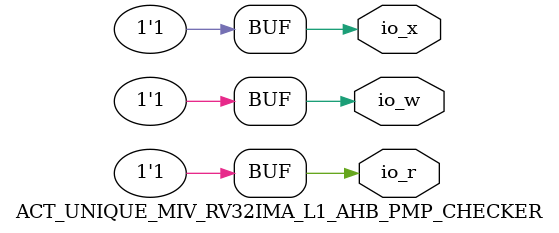
<source format=v>
`define RANDOMIZE
`timescale 1ns/10ps
module ACT_UNIQUE_MIV_RV32IMA_L1_AHB_PMP_CHECKER(
  output  io_r,
  output  io_w,
  output  io_x
);
  assign io_r = 1'h1;
  assign io_w = 1'h1;
  assign io_x = 1'h1;
endmodule

</source>
